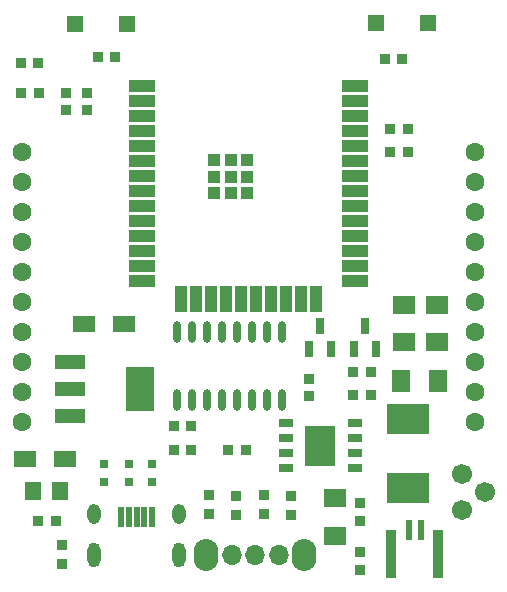
<source format=gts>
G04*
G04 #@! TF.GenerationSoftware,Altium Limited,Altium Designer,22.11.1 (43)*
G04*
G04 Layer_Color=8388736*
%FSLAX25Y25*%
%MOIN*%
G70*
G04*
G04 #@! TF.SameCoordinates,76B60832-644B-4AE7-BD70-8BB73C9281A9*
G04*
G04*
G04 #@! TF.FilePolarity,Negative*
G04*
G01*
G75*
%ADD38R,0.01975X0.06699*%
%ADD39O,0.02605X0.07270*%
%ADD40R,0.09613X0.14573*%
%ADD41R,0.10243X0.04731*%
%ADD42R,0.09849X0.13392*%
%ADD43R,0.05124X0.02762*%
%ADD44R,0.03943X0.03943*%
%ADD45R,0.08668X0.04140*%
%ADD46R,0.04140X0.08668*%
%ADD47R,0.05243X0.05754*%
%ADD48R,0.03575X0.03802*%
%ADD49R,0.03802X0.03575*%
%ADD50R,0.03156X0.05321*%
%ADD51R,0.03550X0.03550*%
%ADD52R,0.13904X0.09928*%
%ADD53R,0.05656X0.06306*%
%ADD54R,0.02762X0.02762*%
%ADD55R,0.03400X0.03400*%
%ADD56R,0.03400X0.03400*%
%ADD57R,0.07319X0.05502*%
%ADD58R,0.07203X0.06247*%
%ADD59R,0.06247X0.07203*%
%ADD60R,0.03550X0.16148*%
%ADD61O,0.04337X0.08274*%
%ADD62O,0.04337X0.06699*%
%ADD63O,0.06699X0.06699*%
%ADD64O,0.08274X0.10636*%
%ADD65C,0.06699*%
%ADD66C,0.06299*%
D38*
X50618Y21648D02*
D03*
X48059D02*
D03*
X45500D02*
D03*
X42940D02*
D03*
X40381D02*
D03*
X140102Y17368D02*
D03*
X136166D02*
D03*
D39*
X94000Y83309D02*
D03*
X89000D02*
D03*
X84000D02*
D03*
X79000D02*
D03*
X74000D02*
D03*
X69000D02*
D03*
X64000D02*
D03*
X59000D02*
D03*
X94000Y60691D02*
D03*
X89000D02*
D03*
X84000D02*
D03*
X79000D02*
D03*
X74000D02*
D03*
X69000D02*
D03*
X64000D02*
D03*
X59000D02*
D03*
D40*
X46693Y64500D02*
D03*
D41*
X23307Y55445D02*
D03*
Y64500D02*
D03*
Y73555D02*
D03*
D42*
X106725Y45500D02*
D03*
D43*
X118175Y53000D02*
D03*
Y48000D02*
D03*
Y43000D02*
D03*
Y38000D02*
D03*
X95275D02*
D03*
Y43000D02*
D03*
Y48000D02*
D03*
Y53000D02*
D03*
D44*
X82284Y129612D02*
D03*
X76772D02*
D03*
X71260D02*
D03*
Y140636D02*
D03*
X76772D02*
D03*
X82284D02*
D03*
Y135124D02*
D03*
X71260D02*
D03*
X76771D02*
D03*
D45*
X118111Y165364D02*
D03*
Y160364D02*
D03*
Y155364D02*
D03*
Y150364D02*
D03*
Y145364D02*
D03*
Y140364D02*
D03*
Y135364D02*
D03*
Y130364D02*
D03*
Y125364D02*
D03*
Y120364D02*
D03*
Y115364D02*
D03*
Y110364D02*
D03*
Y105364D02*
D03*
Y100364D02*
D03*
X47244D02*
D03*
Y105364D02*
D03*
Y110364D02*
D03*
Y115364D02*
D03*
Y120364D02*
D03*
Y125364D02*
D03*
Y130364D02*
D03*
Y135364D02*
D03*
Y140364D02*
D03*
Y145364D02*
D03*
Y150364D02*
D03*
Y155364D02*
D03*
Y160364D02*
D03*
Y165364D02*
D03*
D46*
X105178Y94478D02*
D03*
X100178D02*
D03*
X95178D02*
D03*
X90178D02*
D03*
X85178D02*
D03*
X80178D02*
D03*
X75178D02*
D03*
X70178D02*
D03*
X65178D02*
D03*
X60178D02*
D03*
D47*
X125398Y186500D02*
D03*
X142602D02*
D03*
X42102Y186000D02*
D03*
X24898D02*
D03*
D48*
X18432Y20500D02*
D03*
X12500D02*
D03*
X136000Y143500D02*
D03*
X130068D02*
D03*
X136000Y151000D02*
D03*
X130068D02*
D03*
X117568Y62500D02*
D03*
X123500D02*
D03*
Y70000D02*
D03*
X117568D02*
D03*
X76034Y44000D02*
D03*
X81966D02*
D03*
X7068Y163000D02*
D03*
X13000D02*
D03*
D49*
X120000Y26432D02*
D03*
Y20500D02*
D03*
Y4068D02*
D03*
Y10000D02*
D03*
D50*
X102760Y77563D02*
D03*
X110240D02*
D03*
X106500Y85437D02*
D03*
X117760Y77563D02*
D03*
X125240D02*
D03*
X121500Y85437D02*
D03*
D51*
X20500Y12500D02*
D03*
X20527Y6205D02*
D03*
X97027Y22315D02*
D03*
X97000Y28610D02*
D03*
X87862Y29000D02*
D03*
X87888Y22705D02*
D03*
X78666Y22315D02*
D03*
X78638Y28610D02*
D03*
X69500Y29000D02*
D03*
X69527Y22705D02*
D03*
D52*
X136000Y54528D02*
D03*
Y31500D02*
D03*
D53*
X11004Y30500D02*
D03*
X20000D02*
D03*
D54*
X50500Y33547D02*
D03*
Y39452D02*
D03*
X43000Y33547D02*
D03*
Y39452D02*
D03*
X34500Y33547D02*
D03*
Y39452D02*
D03*
D55*
X134000Y174500D02*
D03*
X128400D02*
D03*
X32700Y175000D02*
D03*
X38300D02*
D03*
X63500Y44000D02*
D03*
X57900D02*
D03*
X63500Y52000D02*
D03*
X57900D02*
D03*
X12500Y173000D02*
D03*
X6900D02*
D03*
D56*
X103000Y67600D02*
D03*
Y62000D02*
D03*
X29000Y163000D02*
D03*
Y157400D02*
D03*
X22000Y162900D02*
D03*
Y157300D02*
D03*
D57*
X41139Y86000D02*
D03*
X27861D02*
D03*
X8361Y41000D02*
D03*
X21639D02*
D03*
D58*
X111500Y28000D02*
D03*
Y15460D02*
D03*
X134500Y80000D02*
D03*
Y92540D02*
D03*
X145500Y80000D02*
D03*
Y92540D02*
D03*
D59*
X133460Y67000D02*
D03*
X146000D02*
D03*
D60*
Y9500D02*
D03*
X130252D02*
D03*
D61*
X31332Y9208D02*
D03*
X59672Y9214D02*
D03*
D62*
X59669Y22793D02*
D03*
X31329Y22787D02*
D03*
D63*
X77126Y9000D02*
D03*
X92874D02*
D03*
X85000D02*
D03*
D64*
X101339D02*
D03*
X68661D02*
D03*
D65*
X154020Y24095D02*
D03*
Y35906D02*
D03*
X161500Y30000D02*
D03*
D66*
X158268Y143425D02*
D03*
Y133425D02*
D03*
Y123425D02*
D03*
Y113425D02*
D03*
Y103425D02*
D03*
Y93425D02*
D03*
Y83425D02*
D03*
Y73425D02*
D03*
Y63425D02*
D03*
Y53425D02*
D03*
X7087Y143425D02*
D03*
Y133425D02*
D03*
Y123425D02*
D03*
Y113425D02*
D03*
Y103425D02*
D03*
Y93425D02*
D03*
Y83425D02*
D03*
Y73425D02*
D03*
Y63425D02*
D03*
Y53425D02*
D03*
M02*

</source>
